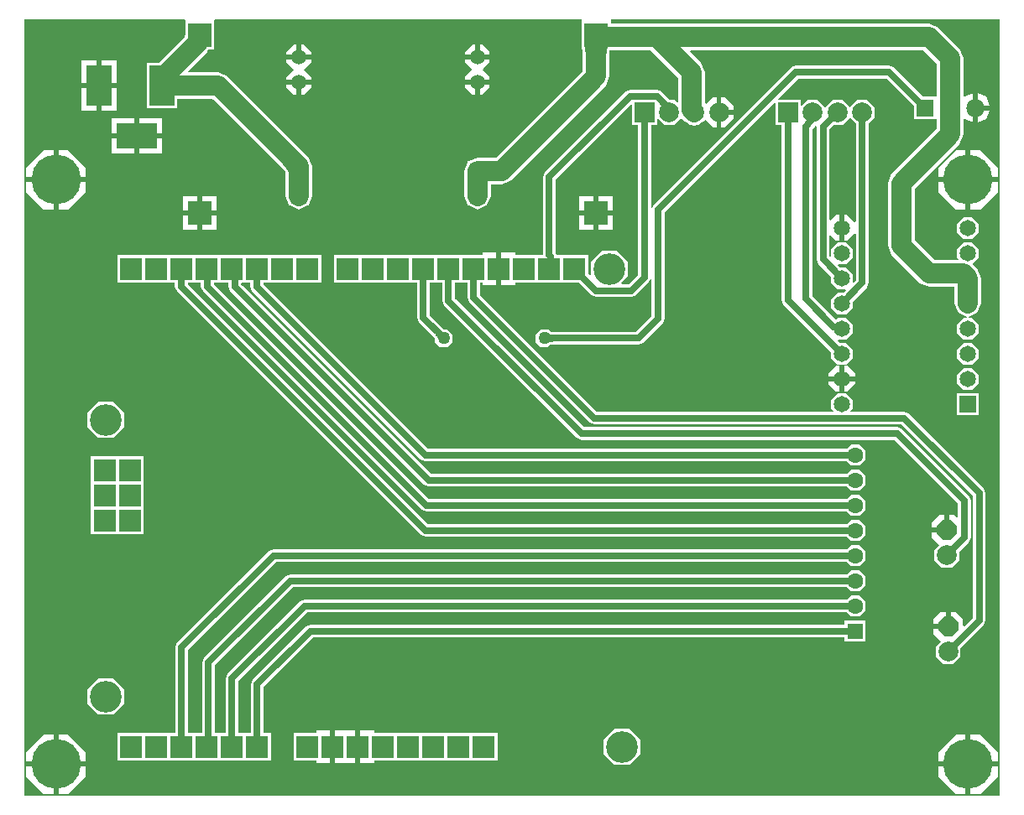
<source format=gtl>
G04*
G04 #@! TF.GenerationSoftware,Altium Limited,Altium Designer,22.10.1 (41)*
G04*
G04 Layer_Physical_Order=1*
G04 Layer_Color=255*
%FSLAX24Y24*%
%MOIN*%
G70*
G04*
G04 #@! TF.SameCoordinates,5266F301-D4F6-43A7-B3E8-B4584DB96D65*
G04*
G04*
G04 #@! TF.FilePolarity,Positive*
G04*
G01*
G75*
%ADD36C,0.0276*%
%ADD37C,0.0787*%
%ADD38C,0.0120*%
%ADD39C,0.1969*%
%ADD40C,0.0197*%
%ADD41R,0.0906X0.0906*%
%ADD42C,0.1260*%
%ADD43O,0.0700X0.0750*%
%ADD44R,0.0700X0.0700*%
%ADD45R,0.0945X0.0945*%
%ADD46R,0.0787X0.0787*%
%ADD47C,0.0787*%
%ADD48R,0.1000X0.1600*%
%ADD49R,0.1600X0.1000*%
%ADD50C,0.0591*%
%ADD51R,0.0591X0.0591*%
%ADD52R,0.0630X0.0630*%
%ADD53C,0.0630*%
%ADD54C,0.0650*%
%ADD55R,0.0650X0.0650*%
%ADD56P,0.0852X8X22.5*%
%ADD57C,0.0500*%
G36*
X35788Y42432D02*
X35775Y42408D01*
X35763Y42369D01*
X35753Y42314D01*
X35745Y42243D01*
X35732Y42054D01*
X35725Y41652D01*
X34938D01*
X34937Y41802D01*
X34900Y42369D01*
X34888Y42408D01*
X34875Y42432D01*
X34860Y42440D01*
X35803D01*
X35788Y42432D01*
D02*
G37*
G36*
X48856Y41770D02*
Y40501D01*
X48841Y40457D01*
X48806Y40457D01*
X48305D01*
X47145Y41617D01*
X46963Y41692D01*
X43255D01*
X43073Y41617D01*
X37610Y36154D01*
X37558Y36029D01*
X37508Y36039D01*
Y39344D01*
X37744D01*
Y39564D01*
X37791Y39584D01*
X38031Y39344D01*
X38440D01*
X38686Y39590D01*
X38735Y39580D01*
X38745Y39556D01*
X38841Y39460D01*
X38940Y39419D01*
X39015Y39344D01*
X39121D01*
X39219Y39303D01*
X39317Y39344D01*
X39424D01*
X39499Y39419D01*
X39597Y39460D01*
X39620Y39515D01*
X39679Y39527D01*
X39959Y39247D01*
X40105D01*
Y39837D01*
Y40428D01*
X39959D01*
X39703Y40172D01*
X39657Y40191D01*
Y41433D01*
X39500Y41811D01*
X39060Y42252D01*
X39079Y42298D01*
X48329D01*
X48856Y41770D01*
D02*
G37*
G36*
X38189Y40229D02*
X37914Y40066D01*
X37916Y40071D01*
X37916Y40077D01*
X37914Y40085D01*
X37910Y40094D01*
X37903Y40104D01*
X37895Y40115D01*
X37884Y40129D01*
X37857Y40159D01*
X37840Y40176D01*
X38035Y40371D01*
X38189Y40229D01*
D02*
G37*
G36*
X51349Y12671D02*
X12621D01*
Y43525D01*
X18990D01*
X19011Y43483D01*
X19011Y43475D01*
Y42930D01*
X18970Y42832D01*
Y42822D01*
X17942Y41793D01*
X17497D01*
Y39993D01*
X18697D01*
Y40359D01*
X20100D01*
X22972Y37487D01*
X22986Y37468D01*
Y36513D01*
X23125Y36178D01*
Y36118D01*
X23185D01*
X23520Y35979D01*
X23856Y36118D01*
X23916D01*
Y36178D01*
X24055Y36513D01*
Y37498D01*
Y37694D01*
X23898Y38072D01*
X20700Y41271D01*
X20322Y41428D01*
X19153D01*
X19134Y41474D01*
X19883Y42223D01*
X19930Y42339D01*
X20156D01*
Y43475D01*
X20156Y43483D01*
X20177Y43525D01*
X34738D01*
X34759Y43483D01*
X34759Y43475D01*
Y42457D01*
X34752Y42440D01*
X34758Y42425D01*
X34757Y42408D01*
X34759Y42405D01*
Y42339D01*
X34793D01*
X34797Y42281D01*
Y41479D01*
X31350Y38032D01*
X30607D01*
X30271Y37893D01*
X30212D01*
Y37833D01*
X30073Y37498D01*
Y36513D01*
X30212Y36178D01*
Y36118D01*
X30271D01*
X30607Y35979D01*
X30943Y36118D01*
X31002D01*
Y36178D01*
X31141Y36513D01*
Y36963D01*
X31572D01*
X31950Y37120D01*
X35709Y40880D01*
X35866Y41257D01*
Y42298D01*
X37502D01*
X38588Y41212D01*
Y40248D01*
X38542Y40229D01*
X38440Y40331D01*
X38244D01*
X38121Y40454D01*
X38120Y40456D01*
X37925Y40651D01*
X37743Y40726D01*
X36674D01*
X36492Y40651D01*
X33279Y37438D01*
X33204Y37256D01*
Y34167D01*
X32115D01*
Y34263D01*
X31563D01*
Y33614D01*
Y32964D01*
X32115D01*
Y33061D01*
X34654D01*
X35151Y32564D01*
X35333Y32489D01*
X36731D01*
X36913Y32564D01*
X37433Y33083D01*
X37485Y33209D01*
X37535Y33199D01*
Y31748D01*
X36898Y31111D01*
X33526D01*
X33526Y31112D01*
X33525Y31112D01*
X33520Y31115D01*
X33514Y31116D01*
X33509Y31118D01*
X33416Y31211D01*
X33126D01*
X32921Y31006D01*
Y30716D01*
X33126Y30511D01*
X33416D01*
X33497Y30592D01*
X33499Y30593D01*
X33507Y30594D01*
X33511Y30596D01*
X33512Y30596D01*
X33513Y30597D01*
X37005D01*
X37187Y30672D01*
X37974Y31459D01*
X38050Y31641D01*
Y35865D01*
X42404Y40220D01*
X42450Y40200D01*
Y39344D01*
X42686D01*
Y32382D01*
X42761Y32200D01*
X44661Y30301D01*
Y30064D01*
X44909Y29815D01*
X45261D01*
X45510Y30064D01*
Y30416D01*
X45261Y30665D01*
X45025D01*
X44924Y30765D01*
X44945Y30815D01*
X45261D01*
X45510Y31064D01*
Y31416D01*
X45261Y31665D01*
X44909D01*
X44843Y31598D01*
X43912Y32529D01*
Y39172D01*
X44012Y39272D01*
X44029Y39313D01*
X44047Y39315D01*
X44082Y39268D01*
X44080Y39263D01*
Y33988D01*
X44155Y33806D01*
X44661Y33301D01*
Y33064D01*
X44909Y32815D01*
X45226D01*
X45247Y32765D01*
X45146Y32665D01*
X44909D01*
X44661Y32416D01*
Y32064D01*
X44909Y31815D01*
X45261D01*
X45510Y32064D01*
Y32301D01*
X46078Y32869D01*
X46154Y33051D01*
Y39397D01*
X46390Y39633D01*
Y40042D01*
X46101Y40331D01*
X45692D01*
X45404Y40044D01*
X45116Y40331D01*
X44707D01*
X44420Y40044D01*
X44132Y40331D01*
X43723D01*
X43483Y40091D01*
X43437Y40110D01*
Y40331D01*
X42581D01*
X42561Y40377D01*
X43361Y41177D01*
X46857D01*
X47941Y40093D01*
Y39557D01*
X48806D01*
X48841Y39557D01*
X48856Y39514D01*
Y39180D01*
X47060Y37383D01*
X46903Y37006D01*
Y34545D01*
X47060Y34167D01*
X48184Y33043D01*
X48561Y32887D01*
X49551D01*
Y32240D01*
X49708Y31862D01*
X50061Y31716D01*
X50063Y31715D01*
X50060Y31698D01*
X50060D01*
Y31698D01*
X50024Y31665D01*
X49909D01*
X49661Y31416D01*
Y31064D01*
X49909Y30815D01*
X50261D01*
X50510Y31064D01*
Y31416D01*
X50261Y31665D01*
X50147D01*
X50111Y31698D01*
Y31698D01*
X50111D01*
X50108Y31715D01*
X50110Y31716D01*
X50463Y31862D01*
X50620Y32240D01*
Y33240D01*
X50463Y33618D01*
X50282Y33799D01*
X50294Y33848D01*
X50510Y34064D01*
Y34416D01*
X50261Y34665D01*
X49909D01*
X49661Y34416D01*
Y34064D01*
X49723Y34002D01*
X49703Y33956D01*
X48783D01*
X47972Y34766D01*
Y36784D01*
X49768Y38580D01*
X49925Y38958D01*
Y39555D01*
X49972Y39564D01*
X50292Y39431D01*
Y40007D01*
Y40584D01*
X49972Y40451D01*
X49925Y40460D01*
Y41992D01*
X49768Y42370D01*
X48928Y43210D01*
X48550Y43367D01*
X35904D01*
Y43475D01*
X35904Y43483D01*
X35925Y43525D01*
X51349D01*
Y12671D01*
D02*
G37*
G36*
X23302Y38468D02*
X23824Y37867D01*
X23841Y37825D01*
X23838Y37800D01*
X23815Y37792D01*
X23226Y37204D01*
X23221Y37252D01*
X23204Y37308D01*
X23176Y37370D01*
X23137Y37439D01*
X23087Y37514D01*
X23026Y37596D01*
X22870Y37779D01*
X22670Y37989D01*
X23145Y38627D01*
X23302Y38468D01*
D02*
G37*
G36*
X45639Y39397D02*
Y35495D01*
X45589Y35474D01*
X45302Y35761D01*
X45184D01*
Y35240D01*
Y34718D01*
X45302D01*
X45589Y35005D01*
X45639Y34985D01*
Y33157D01*
X45560Y33079D01*
X45510Y33099D01*
Y33416D01*
X45261Y33665D01*
X45025D01*
X44924Y33765D01*
X44945Y33815D01*
X45261D01*
X45510Y34064D01*
Y34416D01*
X45261Y34665D01*
X44909D01*
X44661Y34416D01*
Y34142D01*
X44611Y34115D01*
X44595Y34126D01*
Y34927D01*
X44641Y34946D01*
X44869Y34718D01*
X44987D01*
Y35240D01*
Y35761D01*
X44869D01*
X44641Y35533D01*
X44595Y35552D01*
Y39156D01*
X44782Y39344D01*
X45116D01*
X45404Y39631D01*
X45639Y39397D01*
D02*
G37*
G36*
X36757Y40123D02*
Y39344D01*
X36993D01*
Y33372D01*
X36625Y33003D01*
X36352D01*
X36333Y33050D01*
X36595Y33311D01*
Y33916D01*
X36167Y34344D01*
X35563D01*
X35135Y33916D01*
Y33378D01*
X35085Y33358D01*
X35018Y33425D01*
Y34167D01*
X33741D01*
X33719Y34221D01*
Y37150D01*
X36711Y40142D01*
X36757Y40123D01*
D02*
G37*
G36*
X33462Y31023D02*
X33473Y31017D01*
X33486Y31011D01*
X33500Y31006D01*
X33517Y31002D01*
X33536Y30998D01*
X33557Y30995D01*
X33606Y30992D01*
X33634Y30992D01*
X33625Y30716D01*
X33597Y30716D01*
X33527Y30711D01*
X33508Y30707D01*
X33491Y30703D01*
X33476Y30699D01*
X33464Y30694D01*
X33453Y30688D01*
X33445Y30681D01*
X33454Y31031D01*
X33462Y31023D01*
D02*
G37*
%LPC*%
G36*
X40448Y40428D02*
X40302D01*
Y39936D01*
X40794D01*
Y40082D01*
X40448Y40428D01*
D02*
G37*
G36*
X40794Y39739D02*
X40302D01*
Y39247D01*
X40448D01*
X40794Y39593D01*
Y39739D01*
D02*
G37*
G36*
X30811Y42517D02*
X30706D01*
Y42124D01*
X31099D01*
Y42229D01*
X30811Y42517D01*
D02*
G37*
G36*
X30509D02*
X30403D01*
X30115Y42229D01*
Y42124D01*
X30509D01*
Y42517D01*
D02*
G37*
G36*
X23724D02*
X23619D01*
Y42124D01*
X24013D01*
Y42229D01*
X23724Y42517D01*
D02*
G37*
G36*
X23422D02*
X23317D01*
X23028Y42229D01*
Y42124D01*
X23422D01*
Y42517D01*
D02*
G37*
G36*
X31099Y41927D02*
X30115D01*
Y41821D01*
X30368Y41568D01*
X30403Y41533D01*
X30368Y41498D01*
X30115Y41245D01*
Y41139D01*
X31099D01*
Y41245D01*
X30846Y41498D01*
X30811Y41533D01*
X30846Y41568D01*
X31099Y41821D01*
Y41927D01*
D02*
G37*
G36*
X24013D02*
X23028D01*
Y41821D01*
X23281Y41568D01*
X23317Y41533D01*
X23281Y41498D01*
X23028Y41245D01*
Y41139D01*
X24013D01*
Y41245D01*
X23760Y41498D01*
X23724Y41533D01*
X23760Y41568D01*
X24013Y41821D01*
Y41927D01*
D02*
G37*
G36*
X16294Y41890D02*
X15696D01*
Y40992D01*
X16294D01*
Y41890D01*
D02*
G37*
G36*
X15499D02*
X14900D01*
Y40992D01*
X15499D01*
Y41890D01*
D02*
G37*
G36*
X31099Y40943D02*
X30706D01*
Y40549D01*
X30811D01*
X31099Y40837D01*
Y40943D01*
D02*
G37*
G36*
X30509D02*
X30115D01*
Y40837D01*
X30403Y40549D01*
X30509D01*
Y40943D01*
D02*
G37*
G36*
X24013D02*
X23619D01*
Y40549D01*
X23724D01*
X24013Y40837D01*
Y40943D01*
D02*
G37*
G36*
X23422D02*
X23028D01*
Y40837D01*
X23317Y40549D01*
X23422D01*
Y40943D01*
D02*
G37*
G36*
X50489Y40584D02*
Y40106D01*
X50952D01*
X50809Y40451D01*
X50489Y40584D01*
D02*
G37*
G36*
X16294Y40795D02*
X15696D01*
Y39896D01*
X16294D01*
Y40795D01*
D02*
G37*
G36*
X15499D02*
X14900D01*
Y39896D01*
X15499D01*
Y40795D01*
D02*
G37*
G36*
X50952Y39909D02*
X50489D01*
Y39431D01*
X50809Y39564D01*
X50952Y39909D01*
D02*
G37*
G36*
X18094Y39590D02*
X17196D01*
Y38992D01*
X18094D01*
Y39590D01*
D02*
G37*
G36*
X16999D02*
X16100D01*
Y38992D01*
X16999D01*
Y39590D01*
D02*
G37*
G36*
X18094Y38795D02*
X17196D01*
Y38196D01*
X18094D01*
Y38795D01*
D02*
G37*
G36*
X16999D02*
X16100D01*
Y38196D01*
X16999D01*
Y38795D01*
D02*
G37*
G36*
X50585Y38334D02*
X50194D01*
Y37252D01*
X51276D01*
Y37642D01*
X50585Y38334D01*
D02*
G37*
G36*
X49997D02*
X49606D01*
X48914Y37642D01*
Y37252D01*
X49997D01*
Y38334D01*
D02*
G37*
G36*
X14364D02*
X13973D01*
Y37252D01*
X15056D01*
Y37642D01*
X14364Y38334D01*
D02*
G37*
G36*
X13776D02*
X13386D01*
X12694Y37642D01*
Y37252D01*
X13776D01*
Y38334D01*
D02*
G37*
G36*
X51276Y37055D02*
X50194D01*
Y35972D01*
X50585D01*
X51276Y36664D01*
Y37055D01*
D02*
G37*
G36*
X49997D02*
X48914D01*
Y36664D01*
X49606Y35972D01*
X49997D01*
Y37055D01*
D02*
G37*
G36*
X15056D02*
X13973D01*
Y35972D01*
X14364D01*
X15056Y36664D01*
Y37055D01*
D02*
G37*
G36*
X13776D02*
X12694D01*
Y36664D01*
X13386Y35972D01*
X13776D01*
Y37055D01*
D02*
G37*
G36*
X20253Y36494D02*
X19682D01*
Y35923D01*
X20253D01*
Y36494D01*
D02*
G37*
G36*
X19485D02*
X18914D01*
Y35923D01*
X19485D01*
Y36494D01*
D02*
G37*
G36*
X20253Y35726D02*
X19682D01*
Y35155D01*
X20253D01*
Y35726D01*
D02*
G37*
G36*
X19485D02*
X18914D01*
Y35155D01*
X19485D01*
Y35726D01*
D02*
G37*
G36*
X50261Y35665D02*
X49909D01*
X49661Y35416D01*
Y35064D01*
X49909Y34815D01*
X50261D01*
X50510Y35064D01*
Y35416D01*
X50261Y35665D01*
D02*
G37*
G36*
X31367Y34263D02*
X30815D01*
Y34167D01*
X24912D01*
Y33061D01*
X28208D01*
Y31667D01*
X28283Y31485D01*
X28920Y30848D01*
X28921Y30847D01*
X28921Y30846D01*
X28922Y30841D01*
X28927Y30836D01*
X28928Y30832D01*
Y30709D01*
X29133Y30504D01*
X29423D01*
X29628Y30709D01*
Y30999D01*
X29423Y31204D01*
X29300D01*
X29297Y31206D01*
X29291Y31210D01*
X29286Y31211D01*
X29285Y31212D01*
X29284Y31212D01*
X28722Y31774D01*
Y33061D01*
X29208D01*
Y32341D01*
X29283Y32159D01*
X34559Y26883D01*
X34741Y26807D01*
X47184D01*
X49690Y24300D01*
Y23746D01*
X49644Y23726D01*
X49554Y23817D01*
X49357D01*
Y23226D01*
X49259D01*
Y23128D01*
X48668D01*
Y22931D01*
X48959Y22640D01*
X48765Y22446D01*
Y22037D01*
X49054Y21748D01*
X49463D01*
X49752Y22037D01*
Y22371D01*
X50130Y22749D01*
X50205Y22931D01*
Y24407D01*
X50130Y24589D01*
X47472Y27247D01*
X47290Y27322D01*
X34848D01*
X29722Y32447D01*
Y33061D01*
X30208D01*
Y32472D01*
X30283Y32290D01*
X35078Y27495D01*
X35260Y27420D01*
X47457D01*
X50281Y24596D01*
Y19740D01*
X49945Y19404D01*
X49898Y19423D01*
Y19683D01*
X49603Y19978D01*
X49406D01*
Y19387D01*
X49308D01*
Y19289D01*
X48717D01*
Y19092D01*
X49008Y18801D01*
X48814Y18608D01*
Y18199D01*
X49103Y17909D01*
X49512D01*
X49802Y18199D01*
Y18533D01*
X50720Y19451D01*
X50796Y19633D01*
Y24702D01*
X50720Y24884D01*
X47745Y27859D01*
X47563Y27935D01*
X45446D01*
X45427Y27981D01*
X45510Y28064D01*
Y28416D01*
X45261Y28665D01*
X44909D01*
X44661Y28416D01*
Y28064D01*
X44744Y27981D01*
X44725Y27935D01*
X35367D01*
X30722Y32579D01*
Y33061D01*
X30815D01*
Y32964D01*
X31367D01*
Y33614D01*
Y34263D01*
D02*
G37*
G36*
X50261Y30665D02*
X49909D01*
X49661Y30416D01*
Y30064D01*
X49909Y29815D01*
X50261D01*
X50510Y30064D01*
Y30416D01*
X50261Y30665D01*
D02*
G37*
G36*
X45302Y29761D02*
X45184D01*
Y29338D01*
X45607D01*
Y29456D01*
X45302Y29761D01*
D02*
G37*
G36*
X44987D02*
X44869D01*
X44564Y29456D01*
Y29338D01*
X44987D01*
Y29761D01*
D02*
G37*
G36*
X50261Y29665D02*
X49909D01*
X49661Y29416D01*
Y29064D01*
X49909Y28815D01*
X50261D01*
X50510Y29064D01*
Y29416D01*
X50261Y29665D01*
D02*
G37*
G36*
X45607Y29141D02*
X45184D01*
Y28718D01*
X45302D01*
X45607Y29024D01*
Y29141D01*
D02*
G37*
G36*
X44987D02*
X44564D01*
Y29024D01*
X44869Y28718D01*
X44987D01*
Y29141D01*
D02*
G37*
G36*
X50510Y28665D02*
X49661D01*
Y27815D01*
X50510D01*
Y28665D01*
D02*
G37*
G36*
X16167Y28344D02*
X15563D01*
X15135Y27916D01*
Y27311D01*
X15563Y26884D01*
X16167D01*
X16595Y27311D01*
Y27916D01*
X16167Y28344D01*
D02*
G37*
G36*
X24418Y34167D02*
X16312D01*
Y33061D01*
X18600D01*
Y32909D01*
X18675Y32727D01*
X28376Y23026D01*
X28558Y22951D01*
X45287D01*
X45445Y22793D01*
X45789D01*
X46032Y23036D01*
Y23380D01*
X45789Y23623D01*
X45445D01*
X45287Y23466D01*
X28664D01*
X19119Y33011D01*
X19126Y33061D01*
X19633D01*
Y32909D01*
X19709Y32727D01*
X28409Y24026D01*
X28591Y23951D01*
X45287D01*
X45445Y23793D01*
X45789D01*
X46032Y24036D01*
Y24380D01*
X45789Y24623D01*
X45445D01*
X45287Y24466D01*
X28698D01*
X20153Y33011D01*
X20159Y33061D01*
X20716D01*
Y32909D01*
X20791Y32727D01*
X28492Y25026D01*
X28674Y24951D01*
X45287D01*
X45445Y24793D01*
X45789D01*
X46032Y25036D01*
Y25380D01*
X45789Y25623D01*
X45445D01*
X45287Y25466D01*
X28781D01*
X21235Y33011D01*
X21242Y33061D01*
X21588D01*
Y32909D01*
X21663Y32727D01*
X28364Y26026D01*
X28546Y25951D01*
X45287D01*
X45445Y25793D01*
X45789D01*
X46032Y26036D01*
Y26380D01*
X45789Y26623D01*
X45445D01*
X45287Y26466D01*
X28653D01*
X22107Y33011D01*
X22114Y33061D01*
X24418D01*
Y34167D01*
D02*
G37*
G36*
X49160Y23817D02*
X48963D01*
X48668Y23521D01*
Y23324D01*
X49160D01*
Y23817D01*
D02*
G37*
G36*
X17368Y26167D02*
X15262D01*
Y25061D01*
Y24061D01*
Y23061D01*
X17368D01*
Y24061D01*
Y25061D01*
Y26167D01*
D02*
G37*
G36*
X45789Y22623D02*
X45445D01*
X45287Y22466D01*
X22503D01*
X22321Y22390D01*
X18683Y18752D01*
X18608Y18570D01*
Y15167D01*
X16312D01*
Y14061D01*
X22418D01*
Y15167D01*
X22122D01*
Y16986D01*
X24088Y18951D01*
X45202D01*
Y18793D01*
X46032D01*
Y19623D01*
X45202D01*
Y19466D01*
X23981D01*
X23799Y19390D01*
X21683Y17274D01*
X21608Y17092D01*
Y15167D01*
X21122D01*
Y17216D01*
X23857Y19951D01*
X45287D01*
X45445Y19793D01*
X45789D01*
X46032Y20036D01*
Y20380D01*
X45789Y20623D01*
X45445D01*
X45287Y20466D01*
X23751D01*
X23569Y20390D01*
X20683Y17504D01*
X20608Y17322D01*
Y15167D01*
X20185D01*
Y17854D01*
X23283Y20951D01*
X45287D01*
X45445Y20793D01*
X45789D01*
X46032Y21036D01*
Y21380D01*
X45789Y21623D01*
X45445D01*
X45287Y21466D01*
X23176D01*
X22994Y21390D01*
X19746Y18142D01*
X19671Y17960D01*
Y15167D01*
X19122D01*
Y18464D01*
X22609Y21951D01*
X45287D01*
X45445Y21793D01*
X45789D01*
X46032Y22036D01*
Y22380D01*
X45789Y22623D01*
D02*
G37*
G36*
X49209Y19978D02*
X49013D01*
X48717Y19683D01*
Y19486D01*
X49209D01*
Y19978D01*
D02*
G37*
G36*
X16167Y17344D02*
X15563D01*
X15135Y16916D01*
Y16311D01*
X15563Y15884D01*
X16167D01*
X16595Y16311D01*
Y16916D01*
X16167Y17344D01*
D02*
G37*
G36*
X50585Y15106D02*
X50194D01*
Y14023D01*
X51276D01*
Y14414D01*
X50585Y15106D01*
D02*
G37*
G36*
X49997D02*
X49606D01*
X48914Y14414D01*
Y14023D01*
X49997D01*
Y15106D01*
D02*
G37*
G36*
X14364D02*
X13973D01*
Y14023D01*
X15056D01*
Y14414D01*
X14364Y15106D01*
D02*
G37*
G36*
X13776D02*
X13386D01*
X12694Y14414D01*
Y14023D01*
X13776D01*
Y15106D01*
D02*
G37*
G36*
X26515Y15263D02*
X25963D01*
Y14614D01*
Y13964D01*
X26515D01*
Y14061D01*
X31418D01*
Y15167D01*
X26515D01*
Y15263D01*
D02*
G37*
G36*
X25767D02*
X24963D01*
Y14614D01*
Y13964D01*
X25767D01*
Y14614D01*
Y15263D01*
D02*
G37*
G36*
X24767D02*
X24215D01*
Y15167D01*
X23312D01*
Y14061D01*
X24215D01*
Y13964D01*
X24767D01*
Y14614D01*
Y15263D01*
D02*
G37*
G36*
X36667Y15344D02*
X36063D01*
X35635Y14916D01*
Y14311D01*
X36063Y13884D01*
X36667D01*
X37095Y14311D01*
Y14916D01*
X36667Y15344D01*
D02*
G37*
G36*
X51276Y13826D02*
X50194D01*
Y12744D01*
X50585D01*
X51276Y13436D01*
Y13826D01*
D02*
G37*
G36*
X49997D02*
X48914D01*
Y13436D01*
X49606Y12744D01*
X49997D01*
Y13826D01*
D02*
G37*
G36*
X15056D02*
X13973D01*
Y12744D01*
X14364D01*
X15056Y13436D01*
Y13826D01*
D02*
G37*
G36*
X13776D02*
X12694D01*
Y13436D01*
X13386Y12744D01*
X13776D01*
Y13826D01*
D02*
G37*
%LPD*%
G36*
X29142Y31186D02*
X29196Y31140D01*
X29211Y31129D01*
X29226Y31120D01*
X29240Y31113D01*
X29253Y31108D01*
X29265Y31105D01*
X29276Y31104D01*
X29028Y30856D01*
X29027Y30867D01*
X29024Y30879D01*
X29019Y30892D01*
X29012Y30906D01*
X29003Y30921D01*
X28992Y30937D01*
X28964Y30971D01*
X28947Y30990D01*
X28927Y31010D01*
X29122Y31205D01*
X29142Y31186D01*
D02*
G37*
%LPC*%
G36*
X36001Y36494D02*
X35430D01*
Y35923D01*
X36001D01*
Y36494D01*
D02*
G37*
G36*
X35233D02*
X34662D01*
Y35923D01*
X35233D01*
Y36494D01*
D02*
G37*
G36*
X36001Y35726D02*
X35430D01*
Y35155D01*
X36001D01*
Y35726D01*
D02*
G37*
G36*
X35233D02*
X34662D01*
Y35155D01*
X35233D01*
Y35726D01*
D02*
G37*
%LPD*%
D36*
X21845Y33594D02*
X21865Y33614D01*
X21845Y32909D02*
X28546Y26208D01*
X45617D01*
X21845Y32909D02*
Y33594D01*
X18857Y33606D02*
X18865Y33614D01*
X18857Y32909D02*
X28558Y23208D01*
X45617D01*
X18857Y32909D02*
Y33606D01*
X19891Y32909D02*
X28591Y24208D01*
X19865Y33614D02*
X19891Y33588D01*
X28591Y24208D02*
X45617D01*
X19891Y32909D02*
Y33588D01*
X20865Y33614D02*
X20973Y33506D01*
Y32909D02*
Y33506D01*
X28674Y25208D02*
X45617D01*
X20973Y32909D02*
X28674Y25208D01*
X30465Y32472D02*
X35260Y27677D01*
X47563D01*
X30465Y32472D02*
Y33614D01*
X33278Y30854D02*
X37005D01*
X37792Y31641D01*
X33271Y30861D02*
X33278Y30854D01*
X34741Y27065D02*
X47290D01*
X29465Y32341D02*
X34741Y27065D01*
X29465Y32341D02*
Y33614D01*
X28465Y31667D02*
X29278Y30854D01*
X28465Y31667D02*
Y33614D01*
X37792Y31641D02*
Y35972D01*
X43255Y41435D02*
X46963D01*
X37792Y35972D02*
X43255Y41435D01*
X46963D02*
X48391Y40007D01*
X45896Y33051D02*
Y39837D01*
X45085Y32240D02*
X45896Y33051D01*
X42943Y32382D02*
Y39837D01*
X44337Y33988D02*
Y39263D01*
X43830Y39740D02*
X43928Y39837D01*
X43830Y39454D02*
Y39740D01*
X44337Y39263D02*
X44912Y39837D01*
X43654Y39278D02*
X43830Y39454D01*
X43654Y32423D02*
Y39278D01*
X42943Y32382D02*
X45085Y30240D01*
X50538Y19633D02*
Y24702D01*
X47563Y27677D02*
X50538Y24702D01*
X36731Y32746D02*
X37251Y33265D01*
X35333Y32746D02*
X36731D01*
X34465Y33614D02*
X35333Y32746D01*
X37251Y33265D02*
Y39837D01*
X49308Y18403D02*
X50538Y19633D01*
X47290Y27065D02*
X49948Y24407D01*
X49259Y22242D02*
X49948Y22931D01*
Y24407D01*
X33461Y34151D02*
X33511Y34102D01*
X33461Y34151D02*
Y37256D01*
X20865Y14614D02*
Y17322D01*
X23751Y20208D02*
X45617D01*
X20865Y17322D02*
X23751Y20208D01*
X19928Y17960D02*
X23176Y21208D01*
X19865Y14614D02*
X19928Y14677D01*
Y17960D01*
X21865Y14614D02*
Y17092D01*
X23981Y19208D02*
X45617D01*
X21865Y17092D02*
X23981Y19208D01*
X23176Y21208D02*
X45617D01*
X18865Y18570D02*
X22503Y22208D01*
X18865Y14614D02*
Y18570D01*
X22503Y22208D02*
X45617D01*
X45014Y31311D02*
X45085Y31240D01*
X43654Y32423D02*
X44766Y31311D01*
X45014D01*
X44337Y33988D02*
X45085Y33240D01*
X33461Y37256D02*
X36674Y40469D01*
X37743D01*
X38235Y39837D02*
Y39976D01*
X37938Y40273D02*
X38235Y39976D01*
X37938Y40273D02*
Y40274D01*
X37743Y40469D02*
X37938Y40274D01*
D37*
X49391Y38958D02*
Y41992D01*
X47438Y37006D02*
X49391Y38958D01*
X47438Y34545D02*
Y37006D01*
Y34545D02*
X48561Y33421D01*
X49904D02*
X50085Y33240D01*
X48561Y33421D02*
X49904D01*
X23520Y37498D02*
Y37694D01*
Y36513D02*
Y37498D01*
X37723Y42832D02*
X48550D01*
X49391Y41992D01*
X50085Y32240D02*
Y33240D01*
X35331Y41257D02*
Y42911D01*
X31572Y37498D02*
X35331Y41257D01*
X30607Y37498D02*
X31572D01*
X35410Y42832D02*
X37723D01*
X39122Y39934D02*
Y41433D01*
X37723Y42832D02*
X39122Y41433D01*
X35331Y42911D02*
X35410Y42832D01*
X39122Y39934D02*
X39219Y39837D01*
X30607Y36513D02*
Y37498D01*
X18097Y40893D02*
X20322D01*
X23520Y37694D01*
X18097Y40893D02*
Y41193D01*
X19505Y42601D01*
Y42832D01*
X19583Y42911D01*
D38*
X33365Y33614D02*
X33465D01*
D39*
X13875Y37153D02*
D03*
Y13925D02*
D03*
X50095D02*
D03*
Y37153D02*
D03*
D40*
X13146Y13689D02*
D03*
X13527Y13243D02*
D03*
X14111Y13196D02*
D03*
X14557Y13577D02*
D03*
X14603Y14161D02*
D03*
X14223Y14607D02*
D03*
X13639Y14653D02*
D03*
X13193Y14273D02*
D03*
X49413D02*
D03*
X49859Y14653D02*
D03*
X50443Y14607D02*
D03*
X50824Y14161D02*
D03*
X50777Y13577D02*
D03*
X50332Y13196D02*
D03*
X49747Y13243D02*
D03*
X49367Y13689D02*
D03*
X49413Y37550D02*
D03*
X49859Y37931D02*
D03*
X50443Y37884D02*
D03*
X50824Y37439D02*
D03*
X50777Y36854D02*
D03*
X50332Y36474D02*
D03*
X49747Y36520D02*
D03*
X49367Y36966D02*
D03*
X13193Y37501D02*
D03*
X13639Y37882D02*
D03*
X14223Y37835D02*
D03*
X14603Y37389D02*
D03*
X14557Y36805D02*
D03*
X14111Y36425D02*
D03*
X13527Y36471D02*
D03*
X13146Y36917D02*
D03*
D41*
X15815Y23614D02*
D03*
X16815D02*
D03*
X15815Y24614D02*
D03*
X16815D02*
D03*
X15815Y25614D02*
D03*
X16815D02*
D03*
X23865Y33614D02*
D03*
X22865D02*
D03*
X21865D02*
D03*
X20865D02*
D03*
X19865D02*
D03*
X18865D02*
D03*
X17865D02*
D03*
X16865D02*
D03*
X34465D02*
D03*
X33465D02*
D03*
X32465D02*
D03*
X31465D02*
D03*
X30465D02*
D03*
X29465D02*
D03*
X28465D02*
D03*
X27465D02*
D03*
X26465D02*
D03*
X25465D02*
D03*
X16865Y14614D02*
D03*
X17865D02*
D03*
X18865D02*
D03*
X19865D02*
D03*
X20865D02*
D03*
X21865D02*
D03*
X23865D02*
D03*
X24865D02*
D03*
X25865D02*
D03*
X26865D02*
D03*
X27865D02*
D03*
X28865D02*
D03*
X29865D02*
D03*
X30865D02*
D03*
D42*
X15865Y27614D02*
D03*
Y16614D02*
D03*
X35865Y33614D02*
D03*
X36365Y14614D02*
D03*
D43*
X49391Y40007D02*
D03*
X50391D02*
D03*
D44*
X48391D02*
D03*
D45*
X19583Y35824D02*
D03*
X35331D02*
D03*
X19583Y42911D02*
D03*
X35331D02*
D03*
D46*
X42943Y39837D02*
D03*
X37251D02*
D03*
D47*
X43928D02*
D03*
X44912D02*
D03*
X45896D02*
D03*
X40204D02*
D03*
X39219D02*
D03*
X38235D02*
D03*
X49259Y22242D02*
D03*
X49308Y18403D02*
D03*
D48*
X18097Y40893D02*
D03*
X15597D02*
D03*
D49*
X17097Y38893D02*
D03*
D50*
X30607Y42025D02*
D03*
Y41041D02*
D03*
X23520Y42025D02*
D03*
Y41041D02*
D03*
D51*
X30607Y37498D02*
D03*
Y36513D02*
D03*
X23520Y37498D02*
D03*
Y36513D02*
D03*
D52*
X45617Y19208D02*
D03*
D53*
Y20208D02*
D03*
Y21208D02*
D03*
Y22208D02*
D03*
Y23208D02*
D03*
Y24208D02*
D03*
Y25208D02*
D03*
Y26208D02*
D03*
D54*
X50085Y31240D02*
D03*
X45085D02*
D03*
X50085Y32240D02*
D03*
Y33240D02*
D03*
Y34240D02*
D03*
Y35240D02*
D03*
Y30240D02*
D03*
Y29240D02*
D03*
X45085Y30240D02*
D03*
Y29240D02*
D03*
Y28240D02*
D03*
Y32240D02*
D03*
Y33240D02*
D03*
Y34240D02*
D03*
Y35240D02*
D03*
D55*
X50085Y28240D02*
D03*
D56*
X49259Y23226D02*
D03*
X49308Y19387D02*
D03*
D57*
X33271Y30861D02*
D03*
X29278Y30854D02*
D03*
M02*

</source>
